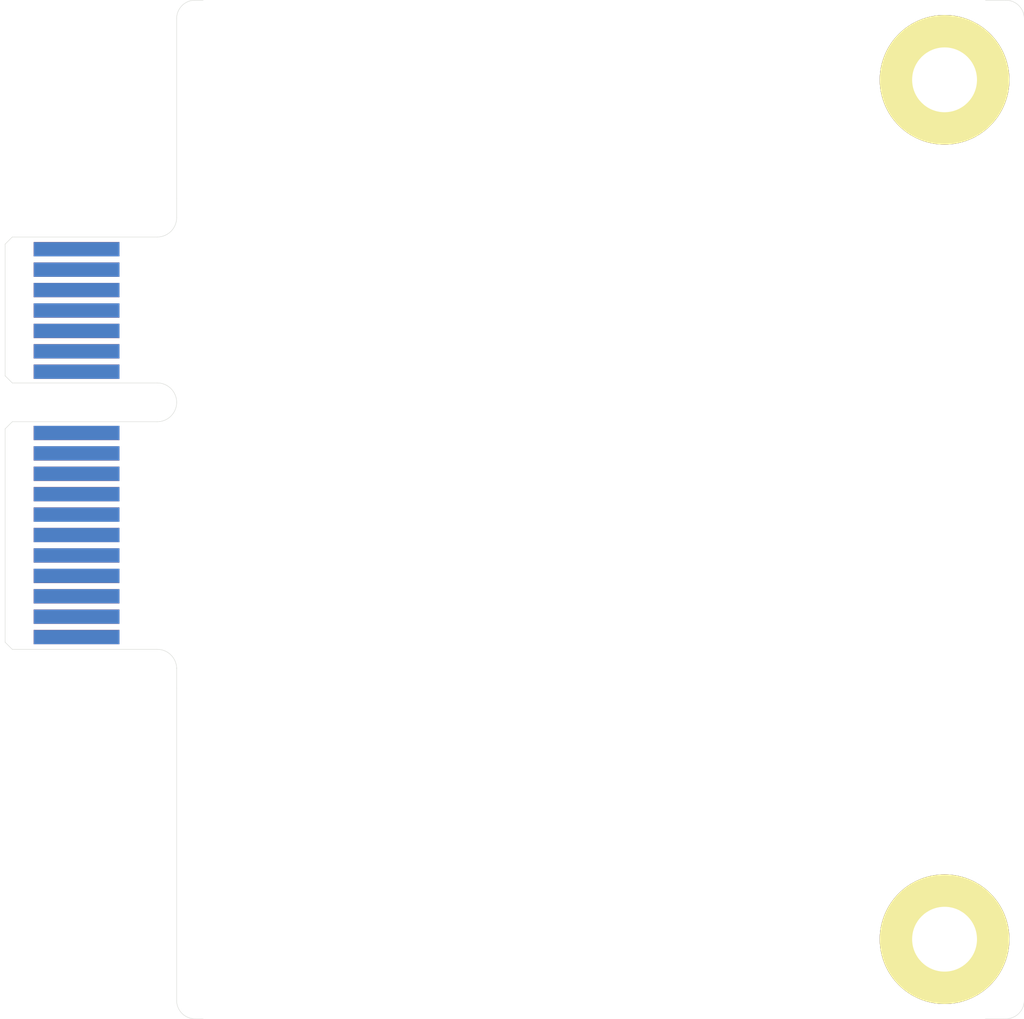
<source format=kicad_pcb>
(kicad_pcb (version 4) (host pcbnew "(2014-08-05 BZR 5054)-product")

  (general
    (links 0)
    (no_connects 0)
    (area 105.845 71.389999 156.210001 121.310001)
    (thickness 1.6)
    (drawings 11)
    (tracks 0)
    (zones 0)
    (modules 3)
    (nets 37)
  )

  (page USLetter)
  (layers
    (0 F.Cu signal)
    (31 B.Cu signal)
    (32 B.Adhes user)
    (33 F.Adhes user)
    (34 B.Paste user)
    (35 F.Paste user)
    (36 B.SilkS user)
    (37 F.SilkS user)
    (38 B.Mask user)
    (39 F.Mask user)
    (40 Dwgs.User user)
    (41 Cmts.User user)
    (42 Eco1.User user)
    (43 Eco2.User user)
    (44 Edge.Cuts user)
  )

  (setup
    (last_trace_width 0.25)
    (user_trace_width 0.4)
    (user_trace_width 1)
    (trace_clearance 0.205)
    (zone_clearance 0.508)
    (zone_45_only no)
    (trace_min 0.25)
    (segment_width 0.2)
    (edge_width 0.02)
    (via_size 0.889)
    (via_drill 0.635)
    (via_min_size 0.889)
    (via_min_drill 0.508)
    (user_via 1.397 0.813)
    (uvia_size 0.508)
    (uvia_drill 0.127)
    (uvias_allowed no)
    (uvia_min_size 0.508)
    (uvia_min_drill 0.127)
    (pcb_text_width 0.3)
    (pcb_text_size 1.5 1.5)
    (mod_edge_width 0.15)
    (mod_text_size 1 1)
    (mod_text_width 0.15)
    (pad_size 1.5 1.5)
    (pad_drill 0.6)
    (pad_to_mask_clearance 0)
    (aux_axis_origin 0 0)
    (visible_elements FFFFFB7F)
    (pcbplotparams
      (layerselection 0x00030_80000001)
      (usegerberextensions false)
      (excludeedgelayer true)
      (linewidth 0.100000)
      (plotframeref false)
      (viasonmask false)
      (mode 1)
      (useauxorigin false)
      (hpglpennumber 1)
      (hpglpenspeed 20)
      (hpglpendiameter 15)
      (hpglpenoverlay 2)
      (psnegative false)
      (psa4output false)
      (plotreference true)
      (plotvalue true)
      (plotinvisibletext false)
      (padsonsilk false)
      (subtractmaskfromsilk false)
      (outputformat 1)
      (mirror false)
      (drillshape 1)
      (scaleselection 1)
      (outputdirectory ""))
  )

  (net 0 "")
  (net 1 "Net-(CN1-PadA1)")
  (net 2 "Net-(CN1-PadA2)")
  (net 3 "Net-(CN1-PadA3)")
  (net 4 "Net-(CN1-PadA4)")
  (net 5 "Net-(CN1-PadA5)")
  (net 6 "Net-(CN1-PadA6)")
  (net 7 "Net-(CN1-PadA7)")
  (net 8 "Net-(CN1-PadA8)")
  (net 9 "Net-(CN1-PadA9)")
  (net 10 "Net-(CN1-PadA10)")
  (net 11 "Net-(CN1-PadA11)")
  (net 12 "Net-(CN1-PadA12)")
  (net 13 "Net-(CN1-PadA13)")
  (net 14 "Net-(CN1-PadA14)")
  (net 15 "Net-(CN1-PadA15)")
  (net 16 "Net-(CN1-PadA16)")
  (net 17 "Net-(CN1-PadA17)")
  (net 18 "Net-(CN1-PadA18)")
  (net 19 "Net-(CN1-PadB1)")
  (net 20 "Net-(CN1-PadB2)")
  (net 21 "Net-(CN1-PadB3)")
  (net 22 "Net-(CN1-PadB4)")
  (net 23 "Net-(CN1-PadB5)")
  (net 24 "Net-(CN1-PadB6)")
  (net 25 "Net-(CN1-PadB7)")
  (net 26 "Net-(CN1-PadB8)")
  (net 27 "Net-(CN1-PadB9)")
  (net 28 "Net-(CN1-PadB10)")
  (net 29 "Net-(CN1-PadB11)")
  (net 30 "Net-(CN1-PadB12)")
  (net 31 "Net-(CN1-PadB13)")
  (net 32 "Net-(CN1-PadB14)")
  (net 33 "Net-(CN1-PadB15)")
  (net 34 "Net-(CN1-PadB16)")
  (net 35 "Net-(CN1-PadB17)")
  (net 36 "Net-(CN1-PadB18)")

  (net_class Default "This is the default net class."
    (clearance 0.205)
    (trace_width 0.25)
    (via_dia 0.889)
    (via_drill 0.635)
    (uvia_dia 0.508)
    (uvia_drill 0.127)
    (add_net "Net-(CN1-PadA1)")
    (add_net "Net-(CN1-PadA10)")
    (add_net "Net-(CN1-PadA11)")
    (add_net "Net-(CN1-PadA12)")
    (add_net "Net-(CN1-PadA13)")
    (add_net "Net-(CN1-PadA14)")
    (add_net "Net-(CN1-PadA15)")
    (add_net "Net-(CN1-PadA16)")
    (add_net "Net-(CN1-PadA17)")
    (add_net "Net-(CN1-PadA18)")
    (add_net "Net-(CN1-PadA2)")
    (add_net "Net-(CN1-PadA3)")
    (add_net "Net-(CN1-PadA4)")
    (add_net "Net-(CN1-PadA5)")
    (add_net "Net-(CN1-PadA6)")
    (add_net "Net-(CN1-PadA7)")
    (add_net "Net-(CN1-PadA8)")
    (add_net "Net-(CN1-PadA9)")
    (add_net "Net-(CN1-PadB1)")
    (add_net "Net-(CN1-PadB10)")
    (add_net "Net-(CN1-PadB11)")
    (add_net "Net-(CN1-PadB12)")
    (add_net "Net-(CN1-PadB13)")
    (add_net "Net-(CN1-PadB14)")
    (add_net "Net-(CN1-PadB15)")
    (add_net "Net-(CN1-PadB16)")
    (add_net "Net-(CN1-PadB17)")
    (add_net "Net-(CN1-PadB18)")
    (add_net "Net-(CN1-PadB2)")
    (add_net "Net-(CN1-PadB3)")
    (add_net "Net-(CN1-PadB4)")
    (add_net "Net-(CN1-PadB5)")
    (add_net "Net-(CN1-PadB6)")
    (add_net "Net-(CN1-PadB7)")
    (add_net "Net-(CN1-PadB8)")
    (add_net "Net-(CN1-PadB9)")
  )

  (module HERMESLITE:EDGE (layer B.Cu) (tedit 54431B7C) (tstamp 54431773)
    (at 106.3 91.1 90)
    (path /54430BA6)
    (fp_text reference CN1 (at -10.1 6.8 90) (layer B.SilkS) hide
      (effects (font (size 0.7 0.7) (thickness 0.1)) (justify mirror))
    )
    (fp_text value EDGE (at 6.1 6.8 90) (layer B.SilkS) hide
      (effects (font (size 0.7 0.7) (thickness 0.1)) (justify mirror))
    )
    (fp_line (start -13 8.4) (end -14 8.4) (layer Edge.Cuts) (width 0.02))
    (fp_line (start 9.05 8.4) (end 10 8.4) (layer Edge.Cuts) (width 0.02))
    (fp_arc (start -13.05 7.45) (end -13.05 8.4) (angle -90) (layer Edge.Cuts) (width 0.02))
    (fp_line (start -11.75 0) (end -12.1 0.35) (layer Edge.Cuts) (width 0.02))
    (fp_line (start -12.1 0.35) (end -12.1 7.45) (layer Edge.Cuts) (width 0.02))
    (fp_line (start -1.3 0) (end -11.75 0) (layer Edge.Cuts) (width 0.02))
    (fp_arc (start 9.05 7.45) (end 8.1 7.45) (angle -90) (layer Edge.Cuts) (width 0.02))
    (fp_line (start 7.75 0) (end 8.1 0.35) (layer Edge.Cuts) (width 0.02))
    (fp_line (start 8.1 0.35) (end 8.1 7.45) (layer Edge.Cuts) (width 0.02))
    (fp_line (start 0.95 7.45) (end 0.95 0.35) (layer Edge.Cuts) (width 0.02))
    (fp_line (start 0.95 0.35) (end 1.3 0) (layer Edge.Cuts) (width 0.02))
    (fp_line (start 1.3 0) (end 7.75 0) (layer Edge.Cuts) (width 0.02))
    (fp_line (start -0.95 0.35) (end -0.95 7.45) (layer Edge.Cuts) (width 0.02))
    (fp_line (start -0.95 0.35) (end -1.3 0) (layer Edge.Cuts) (width 0.02))
    (fp_arc (start 0 7.45) (end -0.95 7.45) (angle -90) (layer Edge.Cuts) (width 0.02))
    (fp_arc (start 0 7.45) (end 0 8.4) (angle -90) (layer Edge.Cuts) (width 0.02))
    (pad A1 smd rect (at -11.5 3.5 90) (size 0.7 4.2) (layers B.Cu B.Mask)
      (net 1 "Net-(CN1-PadA1)"))
    (pad A2 smd rect (at -10.5 3.5 90) (size 0.7 4.2) (layers B.Cu B.Mask)
      (net 2 "Net-(CN1-PadA2)"))
    (pad A3 smd rect (at -9.5 3.5 90) (size 0.7 4.2) (layers B.Cu B.Mask)
      (net 3 "Net-(CN1-PadA3)"))
    (pad A4 smd rect (at -8.5 3.5 90) (size 0.7 4.2) (layers B.Cu B.Mask)
      (net 4 "Net-(CN1-PadA4)"))
    (pad A5 smd rect (at -7.5 3.5 90) (size 0.7 4.2) (layers B.Cu B.Mask)
      (net 5 "Net-(CN1-PadA5)"))
    (pad A6 smd rect (at -6.5 3.5 90) (size 0.7 4.2) (layers B.Cu B.Mask)
      (net 6 "Net-(CN1-PadA6)"))
    (pad A7 smd rect (at -5.5 3.5 90) (size 0.7 4.2) (layers B.Cu B.Mask)
      (net 7 "Net-(CN1-PadA7)"))
    (pad A8 smd rect (at -4.5 3.5 90) (size 0.7 4.2) (layers B.Cu B.Mask)
      (net 8 "Net-(CN1-PadA8)"))
    (pad A9 smd rect (at -3.5 3.5 90) (size 0.7 4.2) (layers B.Cu B.Mask)
      (net 9 "Net-(CN1-PadA9)"))
    (pad A10 smd rect (at -2.5 3.5 90) (size 0.7 4.2) (layers B.Cu B.Mask)
      (net 10 "Net-(CN1-PadA10)"))
    (pad A11 smd rect (at -1.5 3.5 90) (size 0.7 4.2) (layers B.Cu B.Mask)
      (net 11 "Net-(CN1-PadA11)"))
    (pad A12 smd rect (at 1.5 3.5 90) (size 0.7 4.2) (layers B.Cu B.Mask)
      (net 12 "Net-(CN1-PadA12)"))
    (pad A13 smd rect (at 2.5 3.5 90) (size 0.7 4.2) (layers B.Cu B.Mask)
      (net 13 "Net-(CN1-PadA13)"))
    (pad A14 smd rect (at 3.5 3.5 90) (size 0.7 4.2) (layers B.Cu B.Mask)
      (net 14 "Net-(CN1-PadA14)"))
    (pad A15 smd rect (at 4.5 3.5 90) (size 0.7 4.2) (layers B.Cu B.Mask)
      (net 15 "Net-(CN1-PadA15)"))
    (pad A16 smd rect (at 5.5 3.5 90) (size 0.7 4.2) (layers B.Cu B.Mask)
      (net 16 "Net-(CN1-PadA16)"))
    (pad A17 smd rect (at 6.5 3.5 90) (size 0.7 4.2) (layers B.Cu B.Mask)
      (net 17 "Net-(CN1-PadA17)"))
    (pad A18 smd rect (at 7.5 3.5 90) (size 0.7 4.2) (layers B.Cu B.Mask)
      (net 18 "Net-(CN1-PadA18)"))
    (pad B1 smd rect (at -11.5 3.5 90) (size 0.7 4.2) (layers F.Cu F.Mask)
      (net 19 "Net-(CN1-PadB1)"))
    (pad B2 smd rect (at -10.5 3.5 90) (size 0.7 4.2) (layers F.Cu F.Mask)
      (net 20 "Net-(CN1-PadB2)"))
    (pad B3 smd rect (at -9.5 3.5 90) (size 0.7 4.2) (layers F.Cu F.Mask)
      (net 21 "Net-(CN1-PadB3)"))
    (pad B4 smd rect (at -8.5 3.5 90) (size 0.7 4.2) (layers F.Cu F.Mask)
      (net 22 "Net-(CN1-PadB4)"))
    (pad B5 smd rect (at -7.5 3.5 90) (size 0.7 4.2) (layers F.Cu F.Mask)
      (net 23 "Net-(CN1-PadB5)"))
    (pad B6 smd rect (at -6.5 3.5 90) (size 0.7 4.2) (layers F.Cu F.Mask)
      (net 24 "Net-(CN1-PadB6)"))
    (pad B7 smd rect (at -5.5 3.5 90) (size 0.7 4.2) (layers F.Cu F.Mask)
      (net 25 "Net-(CN1-PadB7)"))
    (pad B8 smd rect (at -4.5 3.5 90) (size 0.7 4.2) (layers F.Cu F.Mask)
      (net 26 "Net-(CN1-PadB8)"))
    (pad B9 smd rect (at -3.5 3.5 90) (size 0.7 4.2) (layers F.Cu F.Mask)
      (net 27 "Net-(CN1-PadB9)"))
    (pad B10 smd rect (at -2.5 3.5 90) (size 0.7 4.2) (layers F.Cu F.Mask)
      (net 28 "Net-(CN1-PadB10)"))
    (pad B11 smd rect (at -1.5 3.5 90) (size 0.7 4.2) (layers F.Cu F.Mask)
      (net 29 "Net-(CN1-PadB11)"))
    (pad B12 smd rect (at 1.5 3.5 90) (size 0.7 4.2) (layers F.Cu F.Mask)
      (net 30 "Net-(CN1-PadB12)"))
    (pad B13 smd rect (at 2.5 3.5 90) (size 0.7 4.2) (layers F.Cu F.Mask)
      (net 31 "Net-(CN1-PadB13)"))
    (pad B14 smd rect (at 3.5 3.5 90) (size 0.7 4.2) (layers F.Cu F.Mask)
      (net 32 "Net-(CN1-PadB14)"))
    (pad B15 smd rect (at 4.5 3.5 90) (size 0.7 4.2) (layers F.Cu F.Mask)
      (net 33 "Net-(CN1-PadB15)"))
    (pad B16 smd rect (at 5.5 3.5 90) (size 0.7 4.2) (layers F.Cu F.Mask)
      (net 34 "Net-(CN1-PadB16)"))
    (pad B17 smd rect (at 6.5 3.5 90) (size 0.7 4.2) (layers F.Cu F.Mask)
      (net 35 "Net-(CN1-PadB17)"))
    (pad B18 smd rect (at 7.5 3.5 90) (size 0.7 4.2) (layers F.Cu F.Mask)
      (net 36 "Net-(CN1-PadB18)"))
  )

  (module HERMESLITE:MH (layer F.Cu) (tedit 5424E6F5) (tstamp 54431AEF)
    (at 152.3 75.3)
    (fp_text reference MH (at -4.1 -2) (layer F.SilkS) hide
      (effects (font (size 0.7 0.7) (thickness 0.1)))
    )
    (fp_text value VAL** (at -4.5 1.6) (layer F.SilkS) hide
      (effects (font (size 0.7 0.7) (thickness 0.1)))
    )
    (pad "" np_thru_hole circle (at 0 0) (size 6.35 6.35) (drill 3.175) (layers *.Cu *.Mask F.SilkS))
  )

  (module HERMESLITE:MH (layer F.Cu) (tedit 5424E6F5) (tstamp 54431AF8)
    (at 152.3 117.4)
    (fp_text reference MH (at -4.1 -2) (layer F.SilkS) hide
      (effects (font (size 0.7 0.7) (thickness 0.1)))
    )
    (fp_text value VAL** (at -4.5 1.6) (layer F.SilkS) hide
      (effects (font (size 0.7 0.7) (thickness 0.1)))
    )
    (pad "" np_thru_hole circle (at 0 0) (size 6.35 6.35) (drill 3.175) (layers *.Cu *.Mask F.SilkS))
  )

  (gr_line (start 156.2 120.4) (end 156.2 72.3) (angle 90) (layer Edge.Cuts) (width 0.02))
  (gr_line (start 155.3 121.3) (end 154.3 121.3) (angle 90) (layer Edge.Cuts) (width 0.02))
  (gr_arc (start 155.3 120.4) (end 156.2 120.4) (angle 90) (layer Edge.Cuts) (width 0.02))
  (gr_line (start 155.3 71.4) (end 154.3 71.4) (angle 90) (layer Edge.Cuts) (width 0.02))
  (gr_arc (start 155.3 72.3) (end 155.3 71.4) (angle 90) (layer Edge.Cuts) (width 0.02))
  (gr_arc (start 115.6 120.4) (end 115.6 121.3) (angle 90) (layer Edge.Cuts) (width 0.02))
  (gr_line (start 115.6 121.3) (end 116 121.3) (angle 90) (layer Edge.Cuts) (width 0.02))
  (gr_line (start 114.7 105.1) (end 114.7 120.4) (angle 90) (layer Edge.Cuts) (width 0.02))
  (gr_line (start 115.6 71.4) (end 116 71.4) (angle 90) (layer Edge.Cuts) (width 0.02))
  (gr_arc (start 115.6 72.3) (end 114.7 72.3) (angle 90) (layer Edge.Cuts) (width 0.02))
  (gr_line (start 114.7 81.1) (end 114.7 72.3) (angle 90) (layer Edge.Cuts) (width 0.02))

)

</source>
